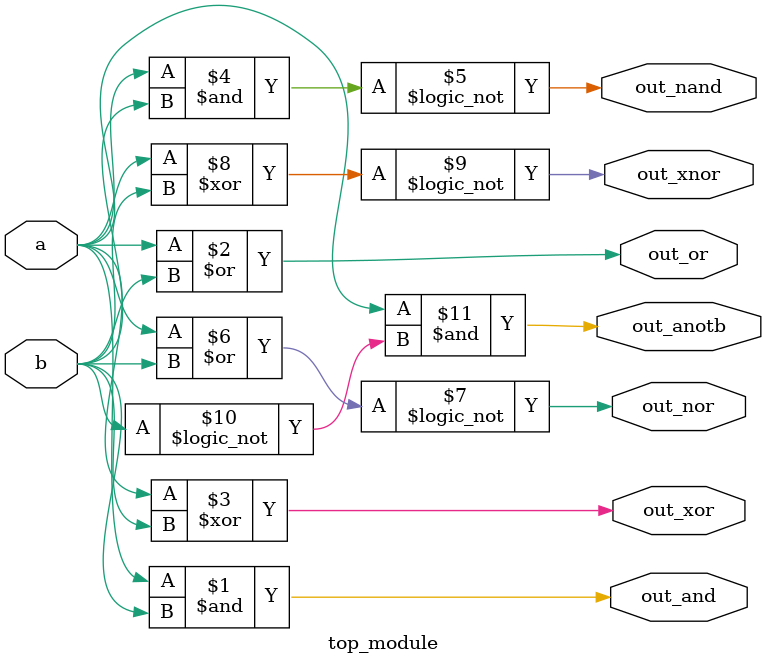
<source format=sv>
module top_module( 
    input a, b,
    output out_and,
    output out_or,
    output out_xor,
    output out_nand,
    output out_nor,
    output out_xnor,
    output out_anotb
);
    
    assign out_and 		=	a & b;
    assign out_or 		=	a | b;
    assign out_xor 		=	a ^ b;
    assign out_nand 	=	!(a & b);
    assign out_nor 		=	!(a | b);
    assign out_xnor 	=	!(a ^ b);
    assign out_anotb 	= 	a & (!b);
    
endmodule
</source>
